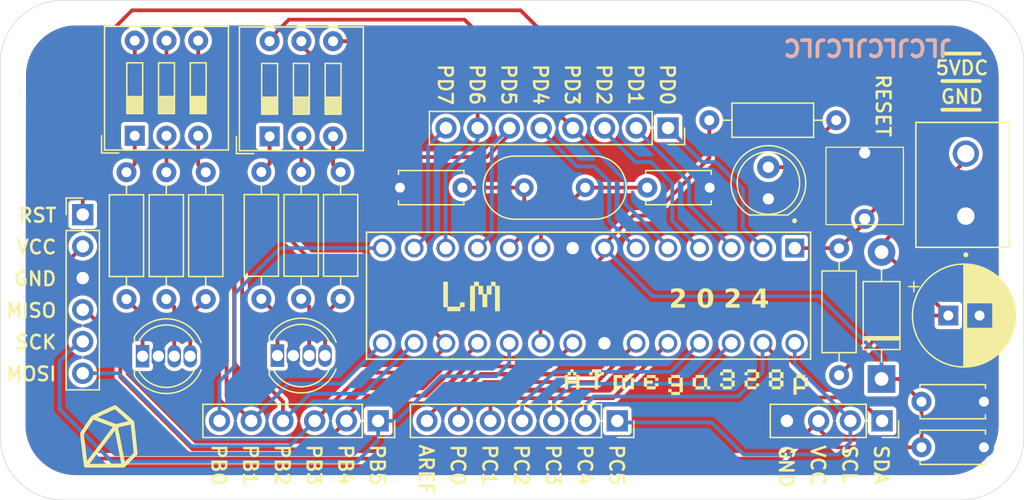
<source format=kicad_pcb>
(kicad_pcb (version 20240108) (generator "pcbnew") (generator_version "8.0")
  (layers (0 "F.Cu" signal) (31 "B.Cu" signal) (34 "B.Paste" user) (35 "F.Paste" user) (36 "B.SilkS" user "B.Silkscreen") (37 "F.SilkS" user "F.Silkscreen") (38 "B.Mask" user) (39 "F.Mask" user) (44 "Edge.Cuts" user))
  (net 0 "")
  (net 1 "/PB6")
  (net 2 "GND")
  (net 3 "/PB7")
  (net 4 "+5V")
  (net 5 "VCC")
  (net 6 "Net-(D2-A)")
  (net 7 "Net-(D3-RA)")
  (net 8 "Net-(D4-RA)")
  (net 9 "/PC4")
  (net 10 "/PD7")
  (net 11 "/PC3")
  (net 12 "/PB5")
  (net 13 "/PB3")
  (net 14 "/PB0")
  (net 15 "/PD6")
  (net 16 "/PB4")
  (net 17 "/PC2")
  (net 18 "/PC1")
  (net 19 "/PB1")
  (net 20 "/PC0")
  (net 21 "/PD3")
  (net 22 "/PB2")
  (net 23 "/PD0")
  (net 24 "/AREF")
  (net 25 "/PC5")
  (net 26 "/PD1")
  (net 27 "/PD2")
  (net 28 "/PC6")
  (net 29 "/PD5")
  (net 30 "/PD4")
  (net 31 "Net-(R3-Pad1)")
  (net 32 "Net-(D3-GA)")
  (net 33 "Net-(R4-Pad1)")
  (net 34 "Net-(R5-Pad1)")
  (net 35 "Net-(D3-BA)")
  (net 36 "Net-(R6-Pad1)")
  (net 37 "Net-(R7-Pad1)")
  (net 38 "Net-(D4-GA)")
  (net 39 "Net-(D4-BA)")
  (net 40 "Net-(R8-Pad1)")
  (footprint "LOGO" (layer "F.Cu") (at 193.05 110.5)
    (property "Reference" "G***" (hide yes))
    (property "Value" "LOGO" (hide yes))
  )
  (footprint "Capacitor_THT:CP_Radial_D8.0mm_P2.50mm" (layer "F.Cu") (at 213.971815 105.225534)
    (property "Reference" "C3" (hide yes))
    (property "Value" "10uF" (hide yes))
    (pad "1" thru_hole rect (at 0 0) (size 1.6 1.6) (drill 0.8) (layers "*.Cu" "*.Mask") (net 4 "+5V"))
    (pad "2" thru_hole circle (at 2.5 0) (size 1.6 1.6) (drill 0.8) (layers "*.Cu" "*.Mask") (net 2 "GND"))
  )
  (footprint "Resistor_THT:R_Axial_DIN0207_L6.3mm_D2.5mm_P10.16mm_Horizontal" (layer "F.Cu") (at 148.164466 93.750534 -90)
    (property "Reference" "R6" (hide yes))
    (property "Value" "330Ω" (hide yes))
    (pad "1" thru_hole circle (at 0 0 270) (size 1.6 1.6) (drill 0.8) (layers "*.Cu" "*.Mask") (net 36 "Net-(R6-Pad1)"))
    (pad "2" thru_hole oval (at 10.16 0 270) (size 1.6 1.6) (drill 0.8) (layers "*.Cu" "*.Mask") (net 8 "Net-(D4-RA)"))
  )
  (footprint "Package_DIP:ED281DT" (layer "F.Cu") (at 185.164466 103.635534 -90)
    (property "Reference" "J1" (hide yes))
    (property "Value" "ED281DT")
    (pad "1" thru_hole rect (at -3.81 -16.51 270) (size 1.508 1.508) (drill 1) (layers "*.Cu" "*.Mask") (net 28 "/PC6"))
    (pad "2" thru_hole circle (at -3.81 -13.97 270) (size 1.508 1.508) (drill 1) (layers "*.Cu" "*.Mask") (net 23 "/PD0"))
    (pad "3" thru_hole circle (at -3.81 -11.43 270) (size 1.508 1.508) (drill 1) (layers "*.Cu" "*.Mask") (net 26 "/PD1"))
    (pad "4" thru_hole circle (at -3.81 -8.89 270) (size 1.508 1.508) (drill 1) (layers "*.Cu" "*.Mask") (net 27 "/PD2"))
    (pad "5" thru_hole circle (at -3.81 -6.35 270) (size 1.508 1.508) (drill 1) (layers "*.Cu" "*.Mask") (net 21 "/PD3"))
    (pad "6" thru_hole circle (at -3.81 -3.81 270) (size 1.508 1.508) (drill 1) (layers "*.Cu" "*.Mask") (net 30 "/PD4"))
    (pad "7" thru_hole circle (at -3.81 -1.27 270) (size 1.508 1.508) (drill 1) (layers "*.Cu" "*.Mask") (net 5 "VCC"))
    (pad "8" thru_hole circle (at -3.81 1.27 270) (size 1.508 1.508) (drill 1) (layers "*.Cu" "*.Mask") (net 2 "GND"))
    (pad "9" thru_hole circle (at -3.81 3.81 270) (size 1.508 1.508) (drill 1) (layers "*.Cu" "*.Mask") (net 1 "/PB6"))
    (pad "10" thru_hole circle (at -3.81 6.35 270) (size 1.508 1.508) (drill 1) (layers "*.Cu" "*.Mask") (net 3 "/PB7"))
    (pad "11" thru_hole circle (at -3.81 8.89 270) (size 1.508 1.508) (drill 1) (layers "*.Cu" "*.Mask") (net 29 "/PD5"))
    (pad "12" thru_hole circle (at -3.81 11.43 270) (size 1.508 1.508) (drill 1) (layers "*.Cu" "*.Mask") (net 15 "/PD6"))
    (pad "13" thru_hole circle (at -3.81 13.97 270) (size 1.508 1.508) (drill 1) (layers "*.Cu" "*.Mask") (net 10 "/PD7"))
    (pad "14" thru_hole circle (at -3.81 16.51 270) (size 1.508 1.508) (drill 1) (layers "*.Cu" "*.Mask") (net 14 "/PB0"))
    (pad "15" thru_hole circle (at 3.81 16.51 270) (size 1.508 1.508) (drill 1) (layers "*.Cu" "*.Mask") (net 19 "/PB1"))
    (pad "16" thru_hole circle (at 3.81 13.97 270) (size 1.508 1.508) (drill 1) (layers "*.Cu" "*.Mask") (net 22 "/PB2"))
    (pad "17" thru_hole circle (at 3.81 11.43 270) (size 1.508 1.508) (drill 1) (layers "*.Cu" "*.Mask") (net 13 "/PB3"))
    (pad "18" thru_hole circle (at 3.81 8.89 270) (size 1.508 1.508) (drill 1) (layers "*.Cu" "*.Mask") (net 16 "/PB4"))
    (pad "19" thru_hole circle (at 3.81 6.35 270) (size 1.508 1.508) (drill 1) (layers "*.Cu" "*.Mask") (net 12 "/PB5"))
    (pad "20" thru_hole circle (at 3.81 3.81 270) (size 1.508 1.508) (drill 1) (layers "*.Cu" "*.Mask") (net 5 "VCC"))
    (pad "21" thru_hole circle (at 3.81 1.27 270) (size 1.508 1.508) (drill 1) (layers "*.Cu" "*.Mask") (net 24 "/AREF"))
    (pad "22" thru_hole circle (at 3.81 -1.27 270) (size 1.508 1.508) (drill 1) (layers "*.Cu" "*.Mask") (net 2 "GND"))
    (pad "23" thru_hole circle (at 3.81 -3.81 270) (size 1.508 1.508) (drill 1) (layers "*.Cu" "*.Mask") (net 20 "/PC0"))
    (pad "24" thru_hole circle (at 3.81 -6.35 270) (size 1.508 1.508) (drill 1) (layers "*.Cu" "*.Mask") (net 18 "/PC1"))
    (pad "25" thru_hole circle (at 3.81 -8.89 270) (size 1.508 1.508) (drill 1) (layers "*.Cu" "*.Mask") (net 17 "/PC2"))
    (pad "26" thru_hole circle (at 3.81 -11.43 270) (size 1.508 1.508) (drill 1) (layers "*.Cu" "*.Mask") (net 11 "/PC3"))
    (pad "27" thru_hole circle (at 3.81 -13.97 270) (size 1.508 1.508) (drill 1) (layers "*.Cu" "*.Mask") (net 9 "/PC4"))
    (pad "28" thru_hole circle (at 3.81 -16.51 270) (size 1.508 1.508) (drill 1) (layers "*.Cu" "*.Mask") (net 25 "/PC5"))
  )
  (footprint "Resistor_THT:R_Axial_DIN0207_L6.3mm_D2.5mm_P10.16mm_Horizontal" (layer "F.Cu") (at 205.224466 99.845534 -90)
    (property "Reference" "R1" (hide yes))
    (property "Value" "10KΩ" (hide yes))
    (pad "1" thru_hole circle (at 0 0 270) (size 1.6 1.6) (drill 0.8) (layers "*.Cu" "*.Mask") (net 28 "/PC6"))
    (pad "2" thru_hole oval (at 10.16 0 270) (size 1.6 1.6) (drill 0.8) (layers "*.Cu" "*.Mask") (net 4 "+5V"))
  )
  (footprint "Connector_PinSocket_2.54mm:PinSocket_1x08_P2.54mm_Vertical" (layer "F.Cu") (at 191.529466 90.210534 -90)
    (property "Reference" "J5" (hide yes))
    (property "Value" "PORTD" (hide yes))
    (pad "1" thru_hole rect (at 0 0 270) (size 1.7 1.7) (drill 1) (layers "*.Cu" "*.Mask") (net 23 "/PD0"))
    (pad "2" thru_hole oval (at 0 2.54 270) (size 1.7 1.7) (drill 1) (layers "*.Cu" "*.Mask") (net 26 "/PD1"))
    (pad "3" thru_hole oval (at 0 5.08 270) (size 1.7 1.7) (drill 1) (layers "*.Cu" "*.Mask") (net 27 "/PD2"))
    (pad "4" thru_hole oval (at 0 7.62 270) (size 1.7 1.7) (drill 1) (layers "*.Cu" "*.Mask") (net 21 "/PD3"))
    (pad "5" thru_hole oval (at 0 10.16 270) (size 1.7 1.7) (drill 1) (layers "*.Cu" "*.Mask") (net 30 "/PD4"))
    (pad "6" thru_hole oval (at 0 12.7 270) (size 1.7 1.7) (drill 1) (layers "*.Cu" "*.Mask") (net 29 "/PD5"))
    (pad "7" thru_hole oval (at 0 15.24 270) (size 1.7 1.7) (drill 1) (layers "*.Cu" "*.Mask") (net 15 "/PD6"))
    (pad "8" thru_hole oval (at 0 17.78 270) (size 1.7 1.7) (drill 1) (layers "*.Cu" "*.Mask") (net 10 "/PD7"))
  )
  (footprint "LED_THT:LED_D5.0mm-4_RGB" (layer "F.Cu") (at 149.454466 108.480534)
    (property "Reference" "D4" (hide yes))
    (property "Value" "LED_RKGB" (hide yes))
    (pad "1" thru_hole rect (at 0 0) (size 1.07 1.8) (drill 0.9) (layers "*.Cu" "*.Mask") (net 8 "Net-(D4-RA)"))
    (pad "2" thru_hole oval (at 1.27 0) (size 1.07 1.8) (drill 0.9) (layers "*.Cu" "*.Mask") (net 2 "GND"))
    (pad "3" thru_hole oval (at 2.54 0) (size 1.07 1.8) (drill 0.9) (layers "*.Cu" "*.Mask") (net 38 "Net-(D4-GA)"))
    (pad "4" thru_hole oval (at 3.81 0) (size 1.07 1.8) (drill 0.9) (layers "*.Cu" "*.Mask") (net 39 "Net-(D4-BA)"))
  )
  (footprint "Resistor_THT:R_Axial_DIN0207_L6.3mm_D2.5mm_P10.16mm_Horizontal" (layer "F.Cu") (at 165.314466 93.730534 -90)
    (property "Reference" "R5" (hide yes))
    (property "Value" "330Ω" (hide yes))
    (pad "1" thru_hole circle (at 0 0 270) (size 1.6 1.6) (drill 0.8) (layers "*.Cu" "*.Mask") (net 34 "Net-(R5-Pad1)"))
    (pad "2" thru_hole oval (at 10.16 0 270) (size 1.6 1.6) (drill 0.8) (layers "*.Cu" "*.Mask") (net 35 "Net-(D3-BA)"))
  )
  (footprint "Button_Switch_THT:SW_DIP_SPSTx03_Slide_9.78x9.8mm_W7.62mm_P2.54mm" (layer "F.Cu") (at 148.829466 90.830534 90)
    (property "Reference" "SW3" (hide yes))
    (property "Value" "SW_DIP_x03" (hide yes))
    (pad "1" thru_hole rect (at 0 0 90) (size 1.6 1.6) (drill 0.8) (layers "*.Cu" "*.Mask") (net 36 "Net-(R6-Pad1)"))
    (pad "2" thru_hole oval (at 0 2.54 90) (size 1.6 1.6) (drill 0.8) (layers "*.Cu" "*.Mask") (net 37 "Net-(R7-Pad1)"))
    (pad "3" thru_hole oval (at 0 5.08 90) (size 1.6 1.6) (drill 0.8) (layers "*.Cu" "*.Mask") (net 40 "Net-(R8-Pad1)"))
    (pad "4" thru_hole oval (at 7.62 5.08 90) (size 1.6 1.6) (drill 0.8) (layers "*.Cu" "*.Mask") (net 13 "/PB3"))
    (pad "5" thru_hole oval (at 7.62 2.54 90) (size 1.6 1.6) (drill 0.8) (layers "*.Cu" "*.Mask") (net 22 "/PB2"))
    (pad "6" thru_hole oval (at 7.62 0 90) (size 1.6 1.6) (drill 0.8) (layers "*.Cu" "*.Mask") (net 19 "/PB1"))
  )
  (footprint "Resistor_THT:R_Axial_DIN0207_L6.3mm_D2.5mm_P10.16mm_Horizontal" (layer "F.Cu") (at 194.834466 89.585534)
    (property "Reference" "R2" (hide yes))
    (property "Value" "330Ω" (hide yes))
    (pad "1" thru_hole circle (at 0 0) (size 1.6 1.6) (drill 0.8) (layers "*.Cu" "*.Mask") (net 5 "VCC"))
    (pad "2" thru_hole oval (at 10.16 0) (size 1.6 1.6) (drill 0.8) (layers "*.Cu" "*.Mask") (net 6 "Net-(D2-A)"))
  )
  (footprint "Crystal:Crystal_HC49-4H_Vertical" (layer "F.Cu") (at 180.014466 94.985534)
    (property "Reference" "Y1" (hide yes))
    (property "Value" "16MHz" (hide yes))
    (pad "1" thru_hole circle (at 0 0) (size 1.5 1.5) (drill 0.8) (layers "*.Cu" "*.Mask") (net 3 "/PB7"))
    (pad "2" thru_hole circle (at 4.88 0) (size 1.5 1.5) (drill 0.8) (layers "*.Cu" "*.Mask") (net 1 "/PB6"))
  )
  (footprint "LED_THT:LED_D5.0mm" (layer "F.Cu") (at 199.564466 95.885534 90)
    (property "Reference" "D2" (hide yes))
    (property "Value" "LED" (hide yes))
    (pad "1" thru_hole rect (at 0 0 90) (size 1.8 1.8) (drill 0.9) (layers "*.Cu" "*.Mask") (net 2 "GND"))
    (pad "2" thru_hole circle (at 2.54 0 90) (size 1.8 1.8) (drill 0.9) (layers "*.Cu" "*.Mask") (net 6 "Net-(D2-A)"))
  )
  (footprint "Button_Switch_THT:SW_DIP_SPSTx03_Slide_9.78x9.8mm_W7.62mm_P2.54mm" (layer "F.Cu") (at 159.629466 90.880534 90)
    (property "Reference" "SW2" (hide yes))
    (property "Value" "SW_DIP_x03" (hide yes))
    (pad "1" thru_hole rect (at 0 0 90) (size 1.6 1.6) (drill 0.8) (layers "*.Cu" "*.Mask") (net 31 "Net-(R3-Pad1)"))
    (pad "2" thru_hole oval (at 0 2.54 90) (size 1.6 1.6) (drill 0.8) (layers "*.Cu" "*.Mask") (net 33 "Net-(R4-Pad1)"))
    (pad "3" thru_hole oval (at 0 5.08 90) (size 1.6 1.6) (drill 0.8) (layers "*.Cu" "*.Mask") (net 34 "Net-(R5-Pad1)"))
    (pad "4" thru_hole oval (at 7.62 5.08 90) (size 1.6 1.6) (drill 0.8) (layers "*.Cu" "*.Mask") (net 15 "/PD6"))
    (pad "5" thru_hole oval (at 7.62 2.54 90) (size 1.6 1.6) (drill 0.8) (layers "*.Cu" "*.Mask") (net 29 "/PD5"))
    (pad "6" thru_hole oval (at 7.62 0 90) (size 1.6 1.6) (drill 0.8) (layers "*.Cu" "*.Mask") (net 21 "/PD3"))
  )
  (footprint "LOGO" (layer "F.Cu") (at 146.75 114.9)
    (property "Reference" "G***" (hide yes))
    (property "Value" "LOGO" (hide yes))
  )
  (footprint "Connector_PinHeader_2.54mm:PinHeader_1x06_P2.54mm_Vertical" (layer "F.Cu") (at 144.664466 97.145534)
    (property "Reference" "J2" (hide yes))
    (property "Value" "Programmer" (hide yes))
    (pad "1" thru_hole rect (at 0 0) (size 1.7 1.7) (drill 1) (layers "*.Cu" "*.Mask") (net 28 "/PC6"))
    (pad "2" thru_hole oval (at 0 2.54) (size 1.7 1.7) (drill 1) (layers "*.Cu" "*.Mask") (net 5 "VCC"))
    (pad "3" thru_hole oval (at 0 5.08) (size 1.7 1.7) (drill 1) (layers "*.Cu" "*.Mask") (net 2 "GND"))
    (pad "4" thru_hole oval (at 0 7.62) (size 1.7 1.7) (drill 1) (layers "*.Cu" "*.Mask") (net 16 "/PB4"))
    (pad "5" thru_hole oval (at 0 10.16) (size 1.7 1.7) (drill 1) (layers "*.Cu" "*.Mask") (net 12 "/PB5"))
    (pad "6" thru_hole oval (at 0 12.7) (size 1.7 1.7) (drill 1) (layers "*.Cu" "*.Mask") (net 13 "/PB3"))
  )
  (footprint "Connector_PinSocket_2.54mm:PinSocket_1x04_P2.54mm_Vertical" (layer "F.Cu") (at 208.664466 113.660534 -90)
    (property "Reference" "J7" (hide yes))
    (property "Value" "I2C" (hide yes))
    (pad "1" thru_hole rect (at 0 0 270) (size 1.7 1.7) (drill 1) (layers "*.Cu" "*.Mask") (net 9 "/PC4"))
    (pad "2" thru_hole oval (at 0 2.54 270) (size 1.7 1.7) (drill 1) (layers "*.Cu" "*.Mask") (net 25 "/PC5"))
    (pad "3" thru_hole oval (at 0 5.08 270) (size 1.7 1.7) (drill 1) (layers "*.Cu" "*.Mask") (net 5 "VCC"))
    (pad "4" thru_hole oval (at 0 7.62 270) (size 1.7 1.7) (drill 1) (layers "*.Cu" "*.Mask") (net 2 "GND"))
  )
  (footprint "LOGO" (layer "F.Cu") (at 175.75 103.65)
    (property "Reference" "G***" (hide yes))
    (property "Value" "LOGO" (hide yes))
  )
  (footprint "Button_Switch_THT:SW_Tactile_6mm_round" (layer "F.Cu") (at 207.274466 94.845534 -90)
    (property "Reference" "SW1" (hide yes))
    (property "Value" "SW_SPST" (hide yes))
    (pad "1" thru_hole circle (at -2.65 0 270) (size 1.6 1.6) (drill 0.9) (layers "*.Cu" "*.Mask") (net 2 "GND"))
    (pad "2" thru_hole circle (at 2.65 0 270) (size 1.6 1.6) (drill 0.9) (layers "*.Cu" "*.Mask") (net 28 "/PC6"))
  )
  (footprint "Resistor_THT:R_Axial_DIN0207_L6.3mm_D2.5mm_P10.16mm_Horizontal" (layer "F.Cu") (at 162.154466 93.730534 -90)
    (property "Reference" "R4" (hide yes))
    (property "Value" "330Ω" (hide yes))
    (pad "1" thru_hole circle (at 0 0 270) (size 1.6 1.6) (drill 0.8) (layers "*.Cu" "*.Mask") (net 33 "Net-(R4-Pad1)"))
    (pad "2" thru_hole oval (at 10.16 0 270) (size 1.6 1.6) (drill 0.8) (layers "*.Cu" "*.Mask") (net 32 "Net-(D3-GA)"))
  )
  (footprint "Capacitor_THT:C_Disc_D5.0mm_W2.5mm_P5.00mm" (layer "F.Cu") (at 211.824466 115.775534)
    (property "Reference" "C5" (hide yes))
    (property "Value" "100nF" (hide yes))
    (pad "1" thru_hole circle (at 0 0) (size 1.6 1.6) (drill 0.8) (layers "*.Cu" "*.Mask") (net 5 "VCC"))
    (pad "2" thru_hole circle (at 5 0) (size 1.6 1.6) (drill 0.8) (layers "*.Cu" "*.Mask") (net 2 "GND"))
  )
  (footprint "Resistor_THT:R_Axial_DIN0207_L6.3mm_D2.5mm_P10.16mm_Horizontal" (layer "F.Cu") (at 154.514466 93.750534 -90)
    (property "Reference" "R8" (hide yes))
    (property "Value" "330Ω" (hide yes))
    (pad "1" thru_hole circle (at 0 0 270) (size 1.6 1.6) (drill 0.8) (layers "*.Cu" "*.Mask") (net 40 "Net-(R8-Pad1)"))
    (pad "2" thru_hole oval (at 10.16 0 270) (size 1.6 1.6) (drill 0.8) (layers "*.Cu" "*.Mask") (net 39 "Net-(D4-BA)"))
  )
  (footprint "LED_THT:LED_D5.0mm-4_RGB" (layer "F.Cu") (at 160.254466 108.430534)
    (property "Reference" "D3" (hide yes))
    (property "Value" "LED_RKGB" (hide yes))
    (pad "1" thru_hole rect (at 0 0) (size 1.07 1.8) (drill 0.9) (layers "*.Cu" "*.Mask") (net 7 "Net-(D3-RA)"))
    (pad "2" thru_hole oval (at 1.27 0) (size 1.07 1.8) (drill 0.9) (layers "*.Cu" "*.Mask") (net 2 "GND"))
    (pad "3" thru_hole oval (at 2.54 0) (size 1.07 1.8) (drill 0.9) (layers "*.Cu" "*.Mask") (net 32 "Net-(D3-GA)"))
    (pad "4" thru_hole oval (at 3.81 0) (size 1.07 1.8) (drill 0.9) (layers "*.Cu" "*.Mask") (net 35 "Net-(D3-BA)"))
  )
  (footprint "Capacitor_THT:C_Disc_D5.0mm_W2.5mm_P5.00mm" (layer "F.Cu") (at 175.064466 94.985534 180)
    (property "Reference" "C2" (hide yes))
    (property "Value" "22pF" (hide yes))
    (pad "1" thru_hole circle (at 0 0 180) (size 1.6 1.6) (drill 0.8) (layers "*.Cu" "*.Mask") (net 3 "/PB7"))
    (pad "2" thru_hole circle (at 5 0 180) (size 1.6 1.6) (drill 0.8) (layers "*.Cu" "*.Mask") (net 2 "GND"))
  )
  (footprint "Connector_PinSocket_2.54mm:PinSocket_1x07_P2.54mm_Vertical" (layer "F.Cu") (at 187.464466 113.660534 -90)
    (property "Reference" "J4" (hide yes))
    (property "Value" "PORTC" (hide yes))
    (pad "1" thru_hole rect (at 0 0 270) (size 1.7 1.7) (drill 1) (layers "*.Cu" "*.Mask") (net 25 "/PC5"))
    (pad "2" thru_hole oval (at 0 2.54 270) (size 1.7 1.7) (drill 1) (layers "*.Cu" "*.Mask") (net 9 "/PC4"))
    (pad "3" thru_hole oval (at 0 5.08 270) (size 1.7 1.7) (drill 1) (layers "*.Cu" "*.Mask") (net 11 "/PC3"))
    (pad "4" thru_hole oval (at 0 7.62 270) (size 1.7 1.7) (drill 1) (layers "*.Cu" "*.Mask") (net 17 "/PC2"))
    (pad "5" thru_hole oval (at 0 10.16 270) (size 1.7 1.7) (drill 1) (layers "*.Cu" "*.Mask") (net 18 "/PC1"))
    (pad "6" thru_hole oval (at 0 12.7 270) (size 1.7 1.7) (drill 1) (layers "*.Cu" "*.Mask") (net 20 "/PC0"))
    (pad "7" thru_hole oval (at 0 15.24 270) (size 1.7 1.7) (drill 1) (layers "*.Cu" "*.Mask") (net 24 "/AREF"))
  )
  (footprint "Capacitor_THT:C_Disc_D5.0mm_W2.5mm_P5.00mm" (layer "F.Cu") (at 189.864466 94.985534)
    (property "Reference" "C1" (hide yes))
    (property "Value" "22pF" (hide yes))
    (pad "1" thru_hole circle (at 0 0) (size 1.6 1.6) (drill 0.8) (layers "*.Cu" "*.Mask") (net 1 "/PB6"))
    (pad "2" thru_hole circle (at 5 0) (size 1.6 1.6) (drill 0.8) (layers "*.Cu" "*.Mask") (net 2 "GND"))
  )
  (footprint "Connector_PinSocket_2.54mm:PinSocket_1x06_P2.54mm_Vertical" (layer "F.Cu") (at 168.314466 113.660534 -90)
    (property "Reference" "J6" (hide yes))
    (property "Value" "PORTB" (hide yes))
    (pad "1" thru_hole rect (at 0 0 270) (size 1.7 1.7) (drill 1) (layers "*.Cu" "*.Mask") (net 12 "/PB5"))
    (pad "2" thru_hole oval (at 0 2.54 270) (size 1.7 1.7) (drill 1) (layers "*.Cu" "*.Mask") (net 16 "/PB4"))
    (pad "3" thru_hole oval (at 0 5.08 270) (size 1.7 1.7) (drill 1) (layers "*.Cu" "*.Mask") (net 13 "/PB3"))
    (pad "4" thru_hole oval (at 0 7.62 270) (size 1.7 1.7) (drill 1) (layers "*.Cu" "*.Mask") (net 22 "/PB2"))
    (pad "5" thru_hole oval (at 0 10.16 270) (size 1.7 1.7) (drill 1) (layers "*.Cu" "*.Mask") (net 19 "/PB1"))
    (pad "6" thru_hole oval (at 0 12.7 270) (size 1.7 1.7) (drill 1) (layers "*.Cu" "*.Mask") (net 14 "/PB0"))
  )
  (footprint "Diode_THT:D_DO-41_SOD81_P10.16mm_Horizontal" (layer "F.Cu") (at 208.624466 110.305534 90)
    (property "Reference" "D1" (hide yes))
    (property "Value" "1N4007" (hide yes))
    (pad "1" thru_hole rect (at 0 0 90) (size 2.2 2.2) (drill 1.1) (layers "*.Cu" "*.Mask") (net 5 "VCC"))
    (pad "2" thru_hole oval (at 10.16 0 90) (size 2.2 2.2) (drill 1.1) (layers "*.Cu" "*.Mask") (net 4 "+5V"))
  )
  (footprint "Resistor_THT:R_Axial_DIN0207_L6.3mm_D2.5mm_P10.16mm_Horizontal" (layer "F.Cu") (at 158.964466 93.730534 -90)
    (property "Reference" "R3" (hide yes))
    (property "Value" "330Ω" (hide yes))
    (pad "1" thru_hole circle (at 0 0 270) (size 1.6 1.6) (drill 0.8) (layers "*.Cu" "*.Mask") (net 31 "Net-(R3-Pad1)"))
    (pad "2" thru_hole oval (at 10.16 0 270) (size 1.6 1.6) (drill 0.8) (layers "*.Cu" "*.Mask") (net 7 "Net-(D3-RA)"))
  )
  (footprint "Resistor_THT:R_Axial_DIN0207_L6.3mm_D2.5mm_P10.16mm_Horizontal" (layer "F.Cu") (at 151.354466 93.750534 -90)
    (property "Reference" "R7" (hide yes))
    (property "Value" "330Ω" (hide yes))
    (pad "1" thru_hole circle (at 0 0 270) (size 1.6 1.6) (drill 0.8) (layers "*.Cu" "*.Mask") (net 37 "Net-(R7-Pad1)"))
    (pad "2" thru_hole oval (at 10.16 0 270) (size 1.6 1.6) (drill 0.8) (layers "*.Cu" "*.Mask") (net 38 "Net-(D4-GA)"))
  )
  (footprint "Capacitor_THT:C_Disc_D5.0mm_W2.5mm_P5.00mm" (layer "F.Cu") (at 211.824466 112.125534)
    (property "Reference" "C4" (hide yes))
    (property "Value" "100nF" (hide yes))
    (pad "1" thru_hole circle (at 0 0) (size 1.6 1.6) (drill 0.8) (layers "*.Cu" "*.Mask") (net 5 "VCC"))
    (pad "2" thru_hole circle (at 5 0) (size 1.6 1.6) (drill 0.8) (layers "*.Cu" "*.Mask") (net 2 "GND"))
  )
  (footprint "TerminalBlock:KF301-2P" (layer "F.Cu") (at 215.374466 94.763034 90)
    (property "Reference" "J3" (hide yes))
    (property "Value" "Screw_Terminal_01x02" (hide yes))
    (pad "1" thru_hole rect (at -2.5 0 90) (size 2.1 2.1) (drill 1.4) (layers "*.Cu" "*.Mask") (net 2 "GND"))
    (pad "2" thru_hole circle (at 2.5 0 90) (size 2.1 2.1) (drill 1.4) (layers "*.Cu" "*.Mask") (net 4 "+5V"))
  )
  (gr_line (start 216.489228 88.75) (end 213.489228 88.75) (stroke (width 0.3)) (layer "F.SilkS"))
  (gr_line (start 216.489228 84.25) (end 213.489228 84.25) (stroke (width 0.3)) (layer "F.SilkS"))
  (gr_line (start 216.489228 86.45) (end 213.489228 86.45) (stroke (width 0.3)) (layer "F.SilkS"))
  (gr_line (start 138.064466 114.985534) (end 138.064466 84.985534) (stroke (width 0.05)) (layer "Edge.Cuts"))
  (gr_arc (start 138.064466 84.985534) (mid 139.528932 81.45) (end 143.064466 79.985534) (stroke (width 0.05)) (layer "Edge.Cuts"))
  (gr_line (start 215.014466 119.985534) (end 143.064466 119.985534) (stroke (width 0.05)) (layer "Edge.Cuts"))
  (gr_line (start 143.064466 79.985534) (end 215.014466 79.985534) (stroke (width 0.05)) (layer "Edge.Cuts"))
  (gr_line (start 220.014466 84.985534) (end 220.014466 114.985534) (stroke (width 0.05)) (layer "Edge.Cuts"))
  (gr_arc (start 220.014466 114.985534) (mid 218.55 118.521068) (end 215.014466 119.985534) (stroke (width 0.05)) (layer "Edge.Cuts"))
  (gr_arc (start 143.064466 119.985534) (mid 139.528932 118.521068) (end 138.064466 114.985534) (stroke (width 0.05)) (layer "Edge.Cuts"))
  (gr_arc (start 215.014466 79.985534) (mid 218.55 81.45) (end 220.014466 84.985534) (stroke (width 0.05)) (layer "Edge.Cuts"))
  (gr_text "JLCJLCJLCJLC" (at 214.4 83 180) (layer "B.SilkS") (effects (font (size 1.3 1.3) (thickness 0.3) (bold yes)) (justify left bottom)))
  (gr_text "PB3" (at 162.528966 115.443868 270) (layer "F.SilkS") (effects (font (size 1.1 1.1) (thickness 0.2) (bold yes)) (justify left bottom)))
  (gr_text "PD6" (at 175.583966 84.985534 270) (layer "F.SilkS") (effects (font (size 1.1 1.1) (thickness 0.2) (bold yes)) (justify left bottom)))
  (gr_text "SDA" (at 207.958966 115.496249 270) (layer "F.SilkS") (effects (font (size 1.1 1.1) (thickness 0.2) (bold yes)) (justify left bottom)))
  (gr_text "MOSI" (at 138.419227 110.551034 0) (layer "F.SilkS") (effects (font (size 1.1 1.1) (thickness 0.2) (bold yes)) (justify left bottom)))
  (gr_text "VCC" (at 139.257323 100.391034 0) (layer "F.SilkS") (effects (font (size 1.1 1.1) (thickness 0.2) (bold yes)) (justify left bottom)))
  (gr_text "MISO" (at 138.419227 105.471034 0) (layer "F.SilkS") (effects (font (size 1.1 1.1) (thickness 0.2) (bold yes)) (justify left bottom)))
  (gr_text "PD3" (at 183.203966 84.985534 270) (layer "F.SilkS") (effects (font (size 1.1 1.1) (thickness 0.2) (bold yes)) (justify left bottom)))
  (gr_text "PC1" (at 176.598966 115.443868 270) (layer "F.SilkS") (effects (font (size 1.1 1.1) (thickness 0.2) (bold yes)) (justify left bottom)))
  (gr_text "PB0" (at 154.908966 115.443868 270) (layer "F.SilkS") (effects (font (size 1.1 1.1) (thickness 0.2) (bold yes)) (justify left bottom)))
  (gr_text "PC4" (at 184.218966 115.443868 270) (layer "F.SilkS") (effects (font (size 1.1 1.1) (thickness 0.2) (bold yes)) (justify left bottom)))
  (gr_text "PB4" (at 165.068966 115.443868 270) (layer "F.SilkS") (effects (font (size 1.1 1.1) (thickness 0.2) (bold yes)) (justify left bottom)))
  (gr_text "GND" (at 200.338966 115.496249 270) (layer "F.SilkS") (effects (font (size 1.1 1.1) (thickness 0.2) (bold yes)) (justify left bottom)))
  (gr_text "PD4" (at 180.663966 84.985534 270) (layer "F.SilkS") (effects (font (size 1.1 1.1) (thickness 0.2) (bold yes)) (justify left bottom)))
  (gr_text "PC2" (at 179.138966 115.443868 270) (layer "F.SilkS") (effects (font (size 1.1 1.1) (thickness 0.2) (bold yes)) (justify left bottom)))
  (gr_text "PC5" (at 186.758966 115.443868 270) (layer "F.SilkS") (effects (font (size 1.1 1.1) (thickness 0.2) (bold yes)) (justify left bottom)))
  (gr_text "PD1" (at 188.283966 84.985534 270) (layer "F.SilkS") (effects (font (size 1.1 1.1) (thickness 0.2) (bold yes)) (justify left bottom)))
  (gr_text "PD2" (at 185.743966 84.985534 270) (layer "F.SilkS") (effects (font (size 1.1 1.1) (thickness 0.2) (bold yes)) (justify left bottom)))
  (gr_text "SCK" (at 139.152561 108.011034 0) (layer "F.SilkS") (effects (font (size 1.1 1.1) (thickness 0.2) (bold yes)) (justify left bottom)))
  (gr_text "GND" (at 213.258276 88.35 0) (layer "F.SilkS") (effects (font (size 1.1 1.1) (thickness 0.2) (bold yes)) (justify left bottom)))
  (gr_text "RST" (at 139.414466 97.851034 0) (layer "F.SilkS") (effects (font (size 1.1 1.1) (thickness 0.2) (bold yes)) (justify left bottom)))
  (gr_text "PC3" (at 181.678966 115.443868 270) (layer "F.SilkS") (effects (font (size 1.1 1.1) (thickness 0.2) (bold yes)) (justify left bottom)))
  (gr_text "PB2" (at 159.988966 115.443868 270) (layer "F.SilkS") (effects (font (size 1.1 1.1) (thickness 0.2) (bold yes)) (justify left bottom)))
  (gr_text "GND" (at 139.047799 102.931034 0) (layer "F.SilkS") (effects (font (size 1.1 1.1) (thickness 0.2) (bold yes)) (justify left bottom)))
  (gr_text "2 0 2 4" (at 191.6 104.85 0) (layer "F.SilkS") (effects (font (size 1.5 1.5) (thickness 0.3) (bold yes)) (justify left bottom)))
  (gr_text "RESET" (at 208.1 85.8 270) (layer "F.SilkS") (effects (font (size 1.1 1.1) (thickness 0.2) (bold yes)) (justify left bottom)))
  (gr_text "5VDC" (at 212.839228 86.05 0) (layer "F.SilkS") (effects (font (size 1.1 1.1) (thickness 0.2) (bold yes)) (justify left bottom)))
  (gr_text "AREF" (at 171.518966 115.443868 270) (layer "F.SilkS") (effects (font (size 1.1 1.1) (thickness 0.2) (bold yes)) (justify left bottom)))
  (gr_text "PC0" (at 174.058966 115.443868 270) (layer "F.SilkS") (effects (font (size 1.1 1.1) (thickness 0.2) (bold yes)) (justify left bottom)))
  (gr_text "PD7" (at 173.043966 84.985534 270) (layer "F.SilkS") (effects (font (size 1.1 1.1) (thickness 0.2) (bold yes)) (justify left bottom)))
  (gr_text "SCL" (at 205.418966 115.496249 270) (layer "F.SilkS") (effects (font (size 1.1 1.1) (thickness 0.2) (bold yes)) (justify left bottom)))
  (gr_text "PD5" (at 178.123966 84.985534 270) (layer "F.SilkS") (effects (font (size 1.1 1.1) (thickness 0.2) (bold yes)) (justify left bottom)))
  (gr_text "PD0" (at 190.823966 84.985534 270) (layer "F.SilkS") (effects (font (size 1.1 1.1) (thickness 0.2) (bold yes)) (justify left bottom)))
  (gr_text "VCC" (at 202.878966 115.496249 270) (layer "F.SilkS") (effects (font (size 1.1 1.1) (thickness 0.2) (bold yes)) (justify left bottom)))
  (gr_text "PB5" (at 167.608966 115.443868 270) (layer "F.SilkS") (effects (font (size 1.1 1.1) (thickness 0.2) (bold yes)) (justify left bottom)))
  (gr_text "PB1" (at 157.448966 115.443868 270) (layer "F.SilkS") (effects (font (size 1.1 1.1) (thickness 0.2) (bold yes)) (justify left bottom)))
  (segment (start 181.354466 98.525534) (end 181.354466 99.825534) (width 0.3) (layer "F.Cu") (net 1))
  (segment (start 184.894466 94.985534) (end 181.354466 98.525534) (width 0.3) (layer "F.Cu") (net 1))
  (segment (start 189.864466 94.985534) (end 184.894466 94.985534) (width 0.3) (layer "F.Cu") (net 1))
  (segment (start 180.014466 98.625534) (end 178.814466 99.825534) (width 0.3) (layer "F.Cu") (net 3))
  (segment (start 175.064466 94.985534) (end 180.014466 94.985534) (width 0.3) (layer "F.Cu") (net 3))
  (segment (start 180.014466 94.985534) (end 180.014466 98.625534) (width 0.3) (layer "F.Cu") (net 3))
  (segment (start 215.374466 92.795534) (end 208.624466 99.545534) (width 0.3) (layer "F.Cu") (net 4))
  (segment (start 208.624466 99.545534) (end 208.624466 100.145534) (width 0.3) (layer "F.Cu") (net 4))
  (segment (start 208.891815 100.145534) (end 208.624466 100.145534) (width 0.3) (layer "F.Cu") (net 4))
  (segment (start 213.971815 105.225534) (end 208.891815 100.145534) (width 0.3) (layer "F.Cu") (net 4))
  (segment (start 210.004466 105.225534) (end 213.971815 105.225534) (width 0.3) (layer "F.Cu") (net 4))
  (segment (start 205.224466 110.005534) (end 210.004466 105.225534) (width 0.3) (layer "F.Cu") (net 4))
  (segment (start 215.374466 92.263034) (end 215.374466 92.795534) (width 0.3) (layer "F.Cu") (net 4))
  (segment (start 186.434466 99.825534) (end 186.434466 100.365534) (width 0.3) (layer "F.Cu") (net 5))
  (segment (start 144.664466 99.685534) (end 141.814466 102.535534) (width 0.3) (layer "F.Cu") (net 5))
  (segment (start 181.314466 107.405534) (end 181.354466 107.445534) (width 0.3) (layer "F.Cu") (net 5))
  (segment (start 186.434466 99.515534) (end 186.434466 99.825534) (width 0.3) (layer "F.Cu") (net 5))
  (segment (start 205.075534 115.775534) (end 211.824466 115.775534) (width 0.3) (layer "F.Cu") (net 5))
  (segment (start 190.214466 97.235534) (end 188.714466 97.235534) (width 0.3) (layer "F.Cu") (net 5))
  (segment (start 203.584466 114.284466) (end 205.075534 115.775534) (width 0.3) (layer "F.Cu") (net 5))
  (segment (start 203.584466 113.660534) (end 203.584466 114.284466) (width 0.3) (layer "F.Cu") (net 5))
  (segment (start 141.814466 113.185534) (end 145.314466 116.685534) (width 0.3) (layer "F.Cu") (net 5))
  (segment (start 211.824466 112.125534) (end 210.004466 110.305534) (width 0.3) (layer "F.Cu") (net 5))
  (segment (start 200.559466 116.685534) (end 203.584466 113.660534) (width 0.3) (layer "F.Cu") (net 5))
  (segment (start 188.714466 97.235534) (end 186.434466 99.515534) (width 0.3) (layer "F.Cu") (net 5))
  (segment (start 211.824466 115.775534) (end 211.824466 112.125534) (width 0.3) (layer "F.Cu") (net 5))
  (segment (start 194.834466 89.585534) (end 194.834466 92.615534) (width 0.3) (layer "F.Cu") (net 5))
  (segment (start 145.314466 116.685534) (end 200.559466 116.685534) (width 0.3) (layer "F.Cu") (net 5))
  (segment (start 181.314466 105.485534) (end 181.314466 107.405534) (width 0.3) (layer "F.Cu") (net 5))
  (segment (start 210.004466 110.305534) (end 208.624466 110.305534) (width 0.3) (layer "F.Cu") (net 5))
  (segment (start 194.834466 92.615534) (end 190.214466 97.235534) (width 0.3) (layer "F.Cu") (net 5))
  (segment (start 186.434466 100.365534) (end 181.314466 105.485534) (width 0.3) (layer "F.Cu") (net 5))
  (segment (start 141.814466 102.535534) (end 141.814466 113.185534) (width 0.3) (layer "F.Cu") (net 5))
  (segment (start 208.624466 110.305534) (end 208.624466 108.645534) (width 0.3) (layer "B.Cu") (net 5))
  (segment (start 190.294466 103.685534) (end 186.434466 99.825534) (width 0.3) (layer "B.Cu") (net 5))
  (segment (start 203.664466 103.685534) (end 190.294466 103.685534) (width 0.3) (layer "B.Cu") (net 5))
  (segment (start 208.624466 108.645534) (end 203.664466 103.685534) (width 0.3) (layer "B.Cu") (net 5))
  (segment (start 201.234466 93.345534) (end 204.994466 89.585534) (width 0.3) (layer "F.Cu") (net 6))
  (segment (start 199.634466 93.275534) (end 199.564466 93.345534) (width 0.3) (layer "F.Cu") (net 6))
  (segment (start 199.564466 93.345534) (end 201.234466 93.345534) (width 0.3) (layer "F.Cu") (net 6))
  (segment (start 160.254466 105.180534) (end 160.254466 108.430534) (width 0.3) (layer "F.Cu") (net 7))
  (segment (start 158.964466 103.890534) (end 160.254466 105.180534) (width 0.3) (layer "F.Cu") (net 7))
  (segment (start 148.164466 103.910534) (end 149.454466 105.200534) (width 0.3) (layer "F.Cu") (net 8))
  (segment (start 149.454466 105.200534) (end 149.454466 108.480534) (width 0.3) (layer "F.Cu") (net 8))
  (segment (start 208.560534 113.660534) (end 206.685534 111.785534) (width 0.3) (layer "F.Cu") (net 9))
  (segment (start 208.664466 113.660534) (end 208.560534 113.660534) (width 0.3) (layer "F.Cu") (net 9))
  (segment (start 203.474466 111.785534) (end 199.134466 107.445534) (width 0.3) (layer "F.Cu") (net 9))
  (segment (start 206.685534 111.785534) (end 203.474466 111.785534) (width 0.3) (layer "F.Cu") (net 9))
  (segment (start 197.15 111.7) (end 199.1 109.75) (width 0.3) (layer "B.Cu") (net 9))
  (segment (start 184.924466 113.785534) (end 184.924466 112.375534) (width 0.3) (layer "B.Cu") (net 9))
  (segment (start 185.6 111.7) (end 197.15 111.7) (width 0.3) (layer "B.Cu") (net 9))
  (segment (start 199.1 107.48) (end 199.134466 107.445534) (width 0.3) (layer "B.Cu") (net 9))
  (segment (start 184.924466 112.375534) (end 185.6 111.7) (width 0.3) (layer "B.Cu") (net 9))
  (segment (start 199.1 109.75) (end 199.1 107.48) (width 0.3) (layer "B.Cu") (net 9))
  (segment (start 172.314466 91.645534) (end 172.314466 98.705534) (width 0.3) (layer "B.Cu") (net 10))
  (segment (start 173.749466 90.210534) (end 172.314466 91.645534) (width 0.3) (layer "B.Cu") (net 10))
  (segment (start 172.314466 98.705534) (end 171.194466 99.825534) (width 0.3) (layer "B.Cu") (net 10))
  (segment (start 182.384466 112.115534) (end 182.384466 113.785534) (width 0.3) (layer "B.Cu") (net 11))
  (segment (start 196.594466 107.445534) (end 193.354466 110.685534) (width 0.3) (layer "B.Cu") (net 11))
  (segment (start 183.814466 110.685534) (end 182.384466 112.115534) (width 0.3) (layer "B.Cu") (net 11))
  (segment (start 193.354466 110.685534) (end 183.814466 110.685534) (width 0.3) (layer "B.Cu") (net 11))
  (segment (start 173.364466 110.085534) (end 177.764466 110.085534) (width 0.3) (layer "B.Cu") (net 12))
  (segment (start 166.614466 116.935534) (end 168.314466 115.235534) (width 0.3) (layer "B.Cu") (net 12))
  (segment (start 144.664466 107.305534) (end 144.394466 107.305534) (width 0.3) (layer "B.Cu") (net 12))
  (segment (start 142.814466 112.735534) (end 147.014466 116.935534) (width 0.3) (layer "B.Cu") (net 12))
  (segment (start 168.314466 113.660534) (end 169.789466 113.660534) (width 0.3) (layer "B.Cu") (net 12))
  (segment (start 178.814466 109.035534) (end 178.814466 107.445534) (width 0.3) (layer "B.Cu") (net 12))
  (segment (start 169.789466 113.660534) (end 173.364466 110.085534) (width 0.3) (layer "B.Cu") (net 12))
  (segment (start 177.764466 110.085534) (end 178.814466 109.035534) (width 0.3) (layer "B.Cu") (net 12))
  (segment (start 144.394466 107.305534) (end 142.814466 108.885534) (width 0.3) (layer "B.Cu") (net 12))
  (segment (start 147.014466 116.935534) (end 166.614466 116.935534) (width 0.3) (layer "B.Cu") (net 12))
  (segment (start 168.314466 115.235534) (end 168.314466 113.660534) (width 0.3) (layer "B.Cu") (net 12))
  (segment (start 144.664466 107.305534) (end 145.084466 107.305534) (width 0.3) (layer "B.Cu") (net 12))
  (segment (start 142.814466 108.885534) (end 142.814466 112.735534) (width 0.3) (layer "B.Cu") (net 12))
  (segment (start 167.095 109.8) (end 163.234466 113.660534) (width 0.3) (layer "F.Cu") (net 13))
  (segment (start 173.734466 107.445534) (end 173.734466 107.715534) (width 0.3) (layer "F.Cu") (net 13))
  (segment (start 157.264466 95.135534) (end 162.764466 100.635534) (width 0.3) (layer "F.Cu") (net 13))
  (segment (start 157.264466 88.435534) (end 157.264466 95.135534) (width 0.3) (layer "F.Cu") (net 13))
  (segment (start 171.65 109.8) (end 167.095 109.8) (width 0.3) (layer "F.Cu") (net 13))
  (segment (start 166.924466 100.635534) (end 173.734466 107.445534) (width 0.3) (layer "F.Cu") (net 13))
  (segment (start 153.909466 85.080534) (end 157.264466 88.435534) (width 0.3) (layer "F.Cu") (net 13))
  (segment (start 153.909466 83.210534) (end 153.909466 85.080534) (width 0.3) (layer "F.Cu") (net 13))
  (segment (start 162.764466 100.635534) (end 166.924466 100.635534) (width 0.3) (layer "F.Cu") (net 13))
  (segment (start 173.734466 107.715534) (end 171.65 109.8) (width 0.3) (layer "F.Cu") (net 13))
  (segment (start 163.234466 113.665534) (end 163.234466 113.660534) (width 0.3) (layer "B.Cu") (net 13))
  (segment (start 153.364466 115.685534) (end 161.214466 115.685534) (width 0.3) (layer "B.Cu") (net 13))
  (segment (start 147.524466 109.845534) (end 153.364466 115.685534) (width 0.3) (layer "B.Cu") (net 13))
  (segment (start 161.214466 115.685534) (end 163.234466 113.665534) (width 0.3) (layer "B.Cu") (net 13))
  (segment (start 144.664466 109.845534) (end 147.524466 109.845534) (width 0.3) (layer "B.Cu") (net 13))
  (segment (start 156.814466 109.285534) (end 155.614466 110.485534) (width 0.3) (layer "B.Cu") (net 14))
  (segment (start 168.654466 99.825534) (end 160.474466 99.825534) (width 0.3) (layer "B.Cu") (net 14))
  (segment (start 156.814466 103.485534) (end 156.814466 109.285534) (width 0.3) (layer "B.Cu") (net 14))
  (segment (start 155.614466 110.485534) (end 155.614466 113.660534) (width 0.3) (layer "B.Cu") (net 14))
  (segment (start 160.474466 99.825534) (end 156.814466 103.485534) (width 0.3) (layer "B.Cu") (net 14))
  (segment (start 164.709466 83.260534) (end 171.139466 83.260534) (width 0.3) (layer "F.Cu") (net 15))
  (segment (start 171.139466 83.260534) (end 176.289466 88.410534) (width 0.3) (layer "F.Cu") (net 15))
  (segment (start 176.289466 88.410534) (end 176.289466 90.210534) (width 0.3) (layer "F.Cu") (net 15))
  (segment (start 173.714466 99.805534) (end 173.734466 99.825534) (width 0.3) (layer "B.Cu") (net 15))
  (segment (start 173.714466 93.735534) (end 173.714466 99.805534) (width 0.3) (layer "B.Cu") (net 15))
  (segment (start 176.289466 90.210534) (end 176.289466 91.160534) (width 0.3) (layer "B.Cu") (net 15))
  (segment (start 176.289466 91.160534) (end 173.714466 93.735534) (width 0.3) (layer "B.Cu") (net 15))
  (segment (start 176.274466 107.525534) (end 176.274466 107.445534) (width 0.3) (layer "F.Cu") (net 16))
  (segment (start 167.45 111.65) (end 172.15 111.65) (width 0.3) (layer "F.Cu") (net 16))
  (segment (start 165.774466 113.325534) (end 167.45 111.65) (width 0.3) (layer "F.Cu") (net 16))
  (segment (start 153.464466 115.935534) (end 163.499466 115.935534) (width 0.3) (layer "F.Cu") (net 16))
  (segment (start 144.844466 104.765534) (end 147.664466 107.585534) (width 0.3) (layer "F.Cu") (net 16))
  (segment (start 165.774466 113.660534) (end 165.774466 113.325534) (width 0.3) (layer "F.Cu") (net 16))
  (segment (start 147.664466 107.585534) (end 147.664466 110.135534) (width 0.3) (layer "F.Cu") (net 16))
  (segment (start 163.499466 115.935534) (end 165.774466 113.660534) (width 0.3) (layer "F.Cu") (net 16))
  (segment (start 147.664466 110.135534) (end 153.464466 115.935534) (width 0.3) (layer "F.Cu") (net 16))
  (segment (start 144.664466 104.765534) (end 144.844466 104.765534) (width 0.3) (layer "F.Cu") (net 16))
  (segment (start 172.15 111.65) (end 176.274466 107.525534) (width 0.3) (layer "F.Cu") (net 16))
  (segment (start 191.764466 109.735534) (end 182.414466 109.735534) (width 0.3) (layer "B.Cu") (net 17))
  (segment (start 182.414466 109.735534) (end 179.844466 112.305534) (width 0.3) (layer "B.Cu") (net 17))
  (segment (start 179.844466 112.305534) (end 179.844466 113.785534) (width 0.3) (layer "B.Cu") (net 17))
  (segment (start 194.054466 107.445534) (end 191.764466 109.735534) (width 0.3) (layer "B.Cu") (net 17))
  (segment (start 177.75 111.85) (end 177.304466 112.295534) (width 0.3) (layer "F.Cu") (net 18))
  (segment (start 191.514466 107.445534) (end 187.11 111.85) (width 0.3) (layer "F.Cu") (net 18))
  (segment (start 187.11 111.85) (end 177.75 111.85) (width 0.3) (layer "F.Cu") (net 18))
  (segment (start 177.304466 112.295534) (end 177.304466 113.785534) (width 0.3) (layer "F.Cu") (net 18))
  (segment (start 156.178932 111.685) (end 156.178932 100.6) (width 0.3) (layer "F.Cu") (net 19))
  (segment (start 156.178932 100.6) (end 154.328932 98.75) (width 0.3) (layer "F.Cu") (net 19))
  (segment (start 148.829466 87.199466) (end 148.829466 83.210534) (width 0.3) (layer "F.Cu") (net 19))
  (segment (start 158.154466 113.660534) (end 156.178932 111.685) (width 0.3) (layer "F.Cu") (net 19))
  (segment (start 154.328932 98.75) (end 149.528932 98.75) (width 0.3) (layer "F.Cu") (net 19))
  (segment (start 146.178932 89.85) (end 148.829466 87.199466) (width 0.3) (layer "F.Cu") (net 19))
  (segment (start 149.528932 98.75) (end 146.178932 95.4) (width 0.3) (layer "F.Cu") (net 19))
  (segment (start 146.178932 95.4) (end 146.178932 89.85) (width 0.3) (layer "F.Cu") (net 19))
  (segment (start 165.414466 110.685534) (end 161.129466 110.685534) (width 0.3) (layer "B.Cu") (net 19))
  (segment (start 161.129466 110.685534) (end 158.154466 113.660534) (width 0.3) (layer "B.Cu") (net 19))
  (segment (start 168.654466 107.445534) (end 165.414466 110.685534) (width 0.3) (layer "B.Cu") (net 19))
  (segment (start 174.764466 112.585534) (end 174.764466 113.785534) (width 0.3) (layer "F.Cu") (net 20))
  (segment (start 188.974466 107.445534) (end 188.954466 107.445534) (width 0.3) (layer "F.Cu") (net 20))
  (segment (start 188.954466 107.445534) (end 185.85 110.55) (width 0.3) (layer "F.Cu") (net 20))
  (segment (start 185.85 110.55) (end 176.8 110.55) (width 0.3) (layer "F.Cu") (net 20))
  (segment (start 176.8 110.55) (end 174.764466 112.585534) (width 0.3) (layer "F.Cu") (net 20))
  (segment (start 159.629466 83.260534) (end 159.629466 83.070534) (width 0.3) (layer "F.Cu") (net 21))
  (segment (start 161.164466 81.535534) (end 175.234466 81.535534) (width 0.3) (layer "F.Cu") (net 21))
  (segment (start 159.629466 83.070534) (end 161.164466 81.535534) (width 0.3) (layer "F.Cu") (net 21))
  (segment (start 175.234466 81.535534) (end 183.909466 90.210534) (width 0.3) (layer "F.Cu") (net 21))
  (segment (start 188.114466 94.415534) (end 188.114466 96.285534) (width 0.3) (layer "B.Cu") (net 21))
  (segment (start 183.909466 90.210534) (end 188.114466 94.415534) (width 0.3) (layer "B.Cu") (net 21))
  (segment (start 191.514466 99.685534) (end 191.514466 99.825534) (width 0.3) (layer "B.Cu") (net 21))
  (segment (start 188.114466 96.285534) (end 191.514466 99.685534) (width 0.3) (layer "B.Cu") (net 21))
  (segment (start 160.694466 113.505534) (end 160.694466 113.660534) (width 0.3) (layer "F.Cu") (net 22))
  (segment (start 155.914466 96.985534) (end 157.428932 98.5) (width 0.3) (layer "F.Cu") (net 22))
  (segment (start 157.428932 98.5) (end 157.428932 108.85) (width 0.3) (layer "F.Cu") (net 22))
  (segment (start 157.428932 108.85) (end 160.694466 112.115534) (width 0.3) (layer "F.Cu") (net 22))
  (segment (start 151.369466 85.090534) (end 155.914466 89.635534) (width 0.3) (layer "F.Cu") (net 22))
  (segment (start 171.194466 107.445534) (end 171.194466 107.455534) (width 0.3) (layer "F.Cu") (net 22))
  (segment (start 160.694466 112.115534) (end 160.694466 113.660534) (width 0.3) (layer "F.Cu") (net 22))
  (segment (start 155.914466 89.635534) (end 155.914466 96.985534) (width 0.3) (layer "F.Cu") (net 22))
  (segment (start 151.369466 83.210534) (end 151.369466 85.090534) (width 0.3) (layer "F.Cu") (net 22))
  (segment (start 167.154466 111.485534) (end 162.864466 111.485534) (width 0.3) (layer "B.Cu") (net 22))
  (segment (start 160.694466 113.655534) (end 160.694466 113.660534) (width 0.3) (layer "B.Cu") (net 22))
  (segment (start 162.864466 111.485534) (end 160.694466 113.655534) (width 0.3) (layer "B.Cu") (net 22))
  (segment (start 171.194466 107.445534) (end 167.154466 111.485534) (width 0.3) (layer "B.Cu") (net 22))
  (segment (start 194.254466 92.935534) (end 195.364466 92.935534) (width 0.3) (layer "B.Cu") (net 23))
  (segment (start 191.529466 90.210534) (end 194.254466 92.935534) (width 0.3) (layer "B.Cu") (net 23))
  (segment (start 197.514466 98.205534) (end 199.134466 99.825534) (width 0.3) (layer "B.Cu") (net 23))
  (segment (start 195.364466 92.935534) (end 197.514466 95.085534) (width 0.3) (layer "B.Cu") (net 23))
  (segment (start 197.514466 95.085534) (end 197.514466 98.205534) (width 0.3) (layer "B.Cu") (net 23))
  (segment (start 183.894466 107.445534) (end 183.894466 107.505534) (width 0.3) (layer "F.Cu") (net 24))
  (segment (start 172.224466 113.375534) (end 172.224466 113.785534) (width 0.3) (layer "F.Cu") (net 24))
  (segment (start 176.3 109.3) (end 172.224466 113.375534) (width 0.3) (layer "F.Cu") (net 24))
  (segment (start 182.1 109.3) (end 176.3 109.3) (width 0.3) (layer "F.Cu") (net 24))
  (segment (start 183.894466 107.505534) (end 182.1 109.3) (width 0.3) (layer "F.Cu") (net 24))
  (segment (start 197.578932 116.35) (end 205.15 116.35) (width 0.3) (layer "B.Cu") (net 25))
  (segment (start 206.124466 113.660534) (end 206.124466 113.574466) (width 0.3) (layer "B.Cu") (net 25))
  (segment (start 206.124466 115.375534) (end 206.124466 113.660534) (width 0.3) (layer "B.Cu") (net 25))
  (segment (start 187.464466 113.785534) (end 195.014466 113.785534) (width 0.3) (layer "B.Cu") (net 25))
  (segment (start 201.674466 109.124466) (end 201.674466 107.445534) (width 0.3) (layer "B.Cu") (net 25))
  (segment (start 201.674466 107.445534) (end 201.354466 107.445534) (width 0.3) (layer "B.Cu") (net 25))
  (segment (start 205.15 116.35) (end 206.124466 115.375534) (width 0.3) (layer "B.Cu") (net 25))
  (segment (start 206.124466 113.574466) (end 201.674466 109.124466) (width 0.3) (layer "B.Cu") (net 25))
  (segment (start 195.014466 113.785534) (end 197.578932 116.35) (width 0.3) (layer "B.Cu") (net 25))
  (segment (start 193.214466 94.535534) (end 193.214466 96.335534) (width 0.3) (layer "B.Cu") (net 26))
  (segment (start 188.989466 90.210534) (end 188.989466 90.310534) (width 0.3) (layer "B.Cu") (net 26))
  (segment (start 196.594466 99.715534) (end 196.594466 99.825534) (width 0.3) (layer "B.Cu") (net 26))
  (segment (start 188.989466 90.310534) (end 193.214466 94.535534) (width 0.3) (layer "B.Cu") (net 26))
  (segment (start 193.214466 96.335534) (end 196.594466 99.715534) (width 0.3) (layer "B.Cu") (net 26))
  (segment (start 191.864466 94.635534) (end 191.864466 97.635534) (width 0.3) (layer "B.Cu") (net 27))
  (segment (start 186.449466 90.470534) (end 188.914466 92.935534) (width 0.3) (layer "B.Cu") (net 27))
  (segment (start 186.449466 90.210534) (end 186.449466 90.470534) (width 0.3) (layer "B.Cu") (net 27))
  (segment (start 191.864466 97.635534) (end 194.054466 99.825534) (width 0.3) (layer "B.Cu") (net 27))
  (segment (start 190.164466 92.935534) (end 191.864466 94.635534) (width 0.3) (layer "B.Cu") (net 27))
  (segment (start 188.914466 92.935534) (end 190.164466 92.935534) (width 0.3) (layer "B.Cu") (net 27))
  (segment (start 201.674466 99.825534) (end 205.204466 99.825534) (width 0.3) (layer "F.Cu") (net 28))
  (segment (start 205.224466 99.845534) (end 205.224466 99.545534) (width 0.3) (layer "F.Cu") (net 28))
  (segment (start 207.614466 86.785534) (end 210.914466 90.085534) (width 0.3) (layer "F.Cu") (net 28))
  (segment (start 185.714466 86.785534) (end 207.614466 86.785534) (width 0.3) (layer "F.Cu") (net 28))
  (segment (start 210.914466 90.085534) (end 210.914466 93.855534) (width 0.3) (layer "F.Cu") (net 28))
  (segment (start 179.714466 80.785534) (end 185.714466 86.785534) (width 0.3) (layer "F.Cu") (net 28))
  (segment (start 144.664466 97.145534) (end 144.664466 84.735534) (width 0.3) (layer "F.Cu") (net 28))
  (segment (start 148.614466 80.785534) (end 179.714466 80.785534) (width 0.3) (layer "F.Cu") (net 28))
  (segment (start 210.914466 93.855534) (end 207.274466 97.495534) (width 0.3) (layer "F.Cu") (net 28))
  (segment (start 144.664466 84.735534) (end 148.614466 80.785534) (width 0.3) (layer "F.Cu") (net 28))
  (segment (start 207.274466 97.495534) (end 207.274466 97.795534) (width 0.3) (layer "F.Cu") (net 28))
  (segment (start 207.274466 97.795534) (end 205.224466 99.845534) (width 0.3) (layer "F.Cu") (net 28))
  (segment (start 205.204466 99.825534) (end 205.224466 99.845534) (width 0.3) (layer "F.Cu") (net 28))
  (segment (start 171.114466 92.535534) (end 177.014466 92.535534) (width 0.3) (layer "F.Cu") (net 29))
  (segment (start 162.169466 83.260534) (end 162.169466 83.590534) (width 0.3) (layer "F.Cu") (net 29))
  (segment (start 178.829466 90.720534) (end 178.829466 90.210534) (width 0.3) (layer "F.Cu") (net 29))
  (segment (start 162.169466 83.590534) (end 171.114466 92.535534) (width 0.3) (layer "F.Cu") (net 29))
  (segment (start 177.014466 92.535534) (end 178.829466 90.720534) (width 0.3) (layer "F.Cu") (net 29))
  (segment (start 177.414466 91.625534) (end 177.414466 98.685534) (width 0.3) (layer "B.Cu") (net 29))
  (segment (start 177.414466 98.685534) (end 176.274466 99.825534) (width 0.3) (layer "B.Cu") (net 29))
  (segment (start 178.829466 90.210534) (end 177.414466 91.625534) (width 0.3) (layer "B.Cu") (net 29))
  (segment (start 181.369466 90.210534) (end 181.369466 90.440534) (width 0.3) (layer "B.Cu") (net 30))
  (segment (start 184.214466 93.285534) (end 185.614466 93.285534) (width 0.3) (layer "B.Cu") (net 30))
  (segment (start 181.369466 90.440534) (end 184.214466 93.285534) (width 0.3) (layer "B.Cu") (net 30))
  (segment (start 186.814466 94.485534) (end 186.814466 97.665534) (width 0.3) (layer "B.Cu") (net 30))
  (segment (start 185.614466 93.285534) (end 186.814466 94.485534) (width 0.3) (layer "B.Cu") (net 30))
  (segment (start 186.814466 97.665534) (end 188.974466 99.825534) (width 0.3) (layer "B.Cu") (net 30))
  (segment (start 159.629466 90.880534) (end 159.629466 93.065534) (width 0.3) (layer "F.Cu") (net 31))
  (segment (start 159.629466 93.065534) (end 158.964466 93.730534) (width 0.3) (layer "F.Cu") (net 31))
  (segment (start 162.794466 104.530534) (end 162.794466 108.430534) (width 0.3) (layer "F.Cu") (net 32))
  (segment (start 162.154466 103.890534) (end 162.794466 104.530534) (width 0.3) (layer "F.Cu") (net 32))
  (segment (start 162.169466 93.715534) (end 162.154466 93.730534) (width 0.3) (layer "F.Cu") (net 33))
  (segment (start 162.169466 90.880534) (end 162.169466 93.715534) (width 0.3) (layer "F.Cu") (net 33))
  (segment (start 164.709466 90.880534) (end 164.709466 93.125534) (width 0.3) (layer "F.Cu") (net 34))
  (segment (start 164.709466 93.125534) (end 165.314466 93.730534) (width 0.3) (layer "F.Cu") (net 34))
  (segment (start 165.314466 103.890534) (end 164.064466 105.140534) (width 0.3) (layer "F.Cu") (net 35))
  (segment (start 164.064466 105.140534) (end 164.064466 108.430534) (width 0.3) (layer "F.Cu") (net 35))
  (segment (start 148.829466 90.830534) (end 148.829466 93.085534) (width 0.3) (layer "F.Cu") (net 36))
  (segment (start 148.829466 93.085534) (end 148.164466 93.750534) (width 0.3) (layer "F.Cu") (net 36))
  (segment (start 151.369466 90.830534) (end 151.369466 93.735534) (width 0.3) (layer "F.Cu") (net 37))
  (segment (start 151.369466 93.735534) (end 151.354466 93.750534) (width 0.3) (layer "F.Cu") (net 37))
  (segment (start 151.354466 103.910534) (end 151.994466 104.550534) (width 0.3) (layer "F.Cu") (net 38))
  (segment (start 151.994466 104.550534) (end 151.994466 108.480534) (width 0.3) (layer "F.Cu") (net 38))
  (segment (start 154.514466 103.910534) (end 153.264466 105.160534) (width 0.3) (layer "F.Cu") (net 39))
  (segment (start 153.264466 105.160534) (end 153.264466 108.480534) (width 0.3) (layer "F.Cu") (net 39))
  (segment (start 153.909466 90.830534) (end 153.909466 93.145534) (width 0.3) (layer "F.Cu") (net 40))
  (segment (start 153.909466 93.145534) (end 154.514466 93.750534) (width 0.3) (layer "F.Cu") (net 40))
  (zone (net 2) (net_name "GND") (layer "F.Cu") (connect_pads yes (clearance 0.3)) (min_thickness 0.25) (fill yes (thermal_gap 0.5) (thermal_bridge_width 0.5) (smoothing fillet) (radius 4))
    (polygon (pts (xy 218 82) (xy 140.128932 82) (xy 140.078932 118) (xy 218 118)))
  )
  (zone (net 2) (net_name "GND") (layer "B.Cu") (connect_pads yes (clearance 0.3)) (min_thickness 0.25) (fill yes (thermal_gap 0.5) (thermal_bridge_width 0.5) (smoothing fillet) (radius 4))
    (polygon (pts (xy 218 82) (xy 140.128932 82) (xy 140.078932 118) (xy 218 118)))
  )
)
</source>
